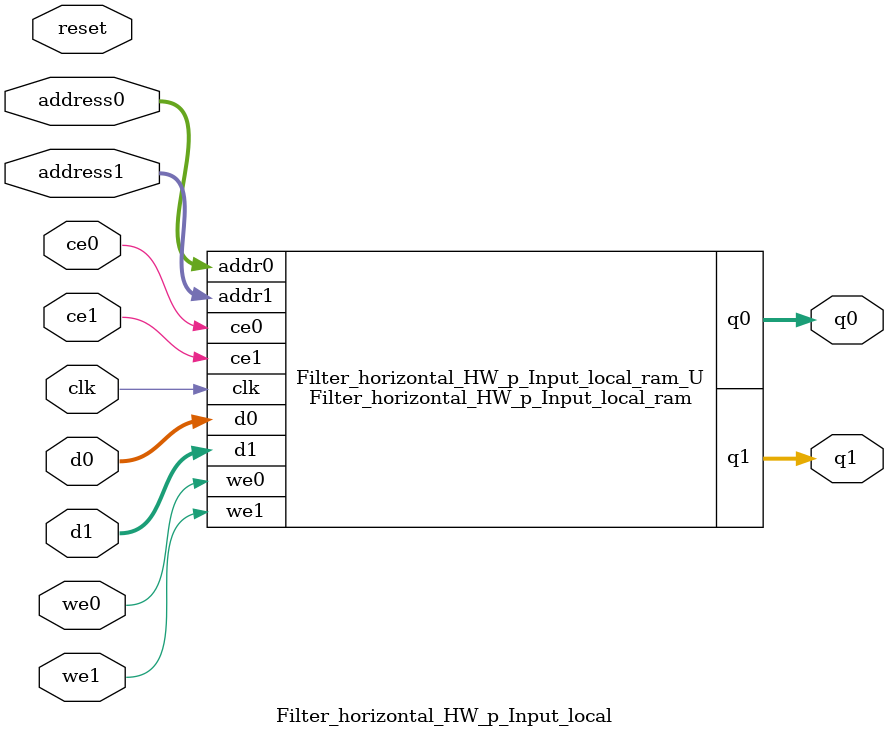
<source format=v>
`timescale 1 ns / 1 ps
module Filter_horizontal_HW_p_Input_local_ram (addr0, ce0, d0, we0, q0, addr1, ce1, d1, we1, q1,  clk);

parameter DWIDTH = 8;
parameter AWIDTH = 3;
parameter MEM_SIZE = 7;

input[AWIDTH-1:0] addr0;
input ce0;
input[DWIDTH-1:0] d0;
input we0;
output reg[DWIDTH-1:0] q0;
input[AWIDTH-1:0] addr1;
input ce1;
input[DWIDTH-1:0] d1;
input we1;
output reg[DWIDTH-1:0] q1;
input clk;

reg [DWIDTH-1:0] ram[0:MEM_SIZE-1];




always @(posedge clk)  
begin 
    if (ce0) begin
        if (we0) 
            ram[addr0] <= d0; 
        q0 <= ram[addr0];
    end
end


always @(posedge clk)  
begin 
    if (ce1) begin
        if (we1) 
            ram[addr1] <= d1; 
        q1 <= ram[addr1];
    end
end


endmodule

`timescale 1 ns / 1 ps
module Filter_horizontal_HW_p_Input_local(
    reset,
    clk,
    address0,
    ce0,
    we0,
    d0,
    q0,
    address1,
    ce1,
    we1,
    d1,
    q1);

parameter DataWidth = 32'd8;
parameter AddressRange = 32'd7;
parameter AddressWidth = 32'd3;
input reset;
input clk;
input[AddressWidth - 1:0] address0;
input ce0;
input we0;
input[DataWidth - 1:0] d0;
output[DataWidth - 1:0] q0;
input[AddressWidth - 1:0] address1;
input ce1;
input we1;
input[DataWidth - 1:0] d1;
output[DataWidth - 1:0] q1;



Filter_horizontal_HW_p_Input_local_ram Filter_horizontal_HW_p_Input_local_ram_U(
    .clk( clk ),
    .addr0( address0 ),
    .ce0( ce0 ),
    .we0( we0 ),
    .d0( d0 ),
    .q0( q0 ),
    .addr1( address1 ),
    .ce1( ce1 ),
    .we1( we1 ),
    .d1( d1 ),
    .q1( q1 ));

endmodule


</source>
